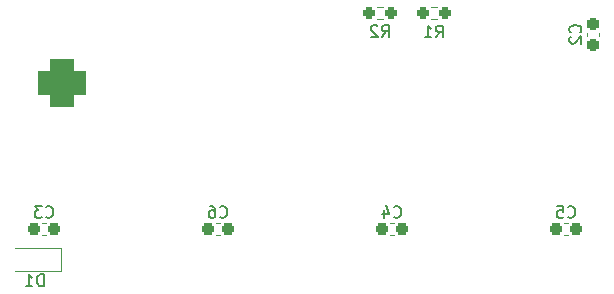
<source format=gbo>
%TF.GenerationSoftware,KiCad,Pcbnew,(6.0.11)*%
%TF.CreationDate,2023-05-24T21:09:08+09:00*%
%TF.ProjectId,power,706f7765-722e-46b6-9963-61645f706362,rev?*%
%TF.SameCoordinates,Original*%
%TF.FileFunction,Legend,Bot*%
%TF.FilePolarity,Positive*%
%FSLAX46Y46*%
G04 Gerber Fmt 4.6, Leading zero omitted, Abs format (unit mm)*
G04 Created by KiCad (PCBNEW (6.0.11)) date 2023-05-24 21:09:08*
%MOMM*%
%LPD*%
G01*
G04 APERTURE LIST*
G04 Aperture macros list*
%AMRoundRect*
0 Rectangle with rounded corners*
0 $1 Rounding radius*
0 $2 $3 $4 $5 $6 $7 $8 $9 X,Y pos of 4 corners*
0 Add a 4 corners polygon primitive as box body*
4,1,4,$2,$3,$4,$5,$6,$7,$8,$9,$2,$3,0*
0 Add four circle primitives for the rounded corners*
1,1,$1+$1,$2,$3*
1,1,$1+$1,$4,$5*
1,1,$1+$1,$6,$7*
1,1,$1+$1,$8,$9*
0 Add four rect primitives between the rounded corners*
20,1,$1+$1,$2,$3,$4,$5,0*
20,1,$1+$1,$4,$5,$6,$7,0*
20,1,$1+$1,$6,$7,$8,$9,0*
20,1,$1+$1,$8,$9,$2,$3,0*%
G04 Aperture macros list end*
%ADD10C,0.150000*%
%ADD11C,0.120000*%
%ADD12C,2.200000*%
%ADD13C,1.400000*%
%ADD14R,3.500000X3.500000*%
%ADD15C,3.500000*%
%ADD16C,1.524000*%
%ADD17C,1.700000*%
%ADD18C,3.000000*%
%ADD19R,2.000000X0.900000*%
%ADD20RoundRect,1.025000X1.025000X-1.025000X1.025000X1.025000X-1.025000X1.025000X-1.025000X-1.025000X0*%
%ADD21C,4.100000*%
%ADD22RoundRect,0.237500X0.300000X0.237500X-0.300000X0.237500X-0.300000X-0.237500X0.300000X-0.237500X0*%
%ADD23RoundRect,0.237500X-0.250000X-0.237500X0.250000X-0.237500X0.250000X0.237500X-0.250000X0.237500X0*%
%ADD24RoundRect,0.237500X-0.237500X0.300000X-0.237500X-0.300000X0.237500X-0.300000X0.237500X0.300000X0*%
%ADD25R,0.900000X1.200000*%
%ADD26RoundRect,0.237500X0.250000X0.237500X-0.250000X0.237500X-0.250000X-0.237500X0.250000X-0.237500X0*%
G04 APERTURE END LIST*
D10*
%TO.C,C4*%
X142298666Y-100279142D02*
X142346285Y-100326761D01*
X142489142Y-100374380D01*
X142584380Y-100374380D01*
X142727238Y-100326761D01*
X142822476Y-100231523D01*
X142870095Y-100136285D01*
X142917714Y-99945809D01*
X142917714Y-99802952D01*
X142870095Y-99612476D01*
X142822476Y-99517238D01*
X142727238Y-99422000D01*
X142584380Y-99374380D01*
X142489142Y-99374380D01*
X142346285Y-99422000D01*
X142298666Y-99469619D01*
X141441523Y-99707714D02*
X141441523Y-100374380D01*
X141679619Y-99326761D02*
X141917714Y-100041047D01*
X141298666Y-100041047D01*
%TO.C,R1*%
X145854666Y-85102380D02*
X146188000Y-84626190D01*
X146426095Y-85102380D02*
X146426095Y-84102380D01*
X146045142Y-84102380D01*
X145949904Y-84150000D01*
X145902285Y-84197619D01*
X145854666Y-84292857D01*
X145854666Y-84435714D01*
X145902285Y-84530952D01*
X145949904Y-84578571D01*
X146045142Y-84626190D01*
X146426095Y-84626190D01*
X144902285Y-85102380D02*
X145473714Y-85102380D01*
X145188000Y-85102380D02*
X145188000Y-84102380D01*
X145283238Y-84245238D01*
X145378476Y-84340476D01*
X145473714Y-84388095D01*
%TO.C,C2*%
X158077142Y-84675333D02*
X158124761Y-84627714D01*
X158172380Y-84484857D01*
X158172380Y-84389619D01*
X158124761Y-84246761D01*
X158029523Y-84151523D01*
X157934285Y-84103904D01*
X157743809Y-84056285D01*
X157600952Y-84056285D01*
X157410476Y-84103904D01*
X157315238Y-84151523D01*
X157220000Y-84246761D01*
X157172380Y-84389619D01*
X157172380Y-84484857D01*
X157220000Y-84627714D01*
X157267619Y-84675333D01*
X157267619Y-85056285D02*
X157220000Y-85103904D01*
X157172380Y-85199142D01*
X157172380Y-85437238D01*
X157220000Y-85532476D01*
X157267619Y-85580095D01*
X157362857Y-85627714D01*
X157458095Y-85627714D01*
X157600952Y-85580095D01*
X158172380Y-85008666D01*
X158172380Y-85627714D01*
%TO.C,C5*%
X157030666Y-100279142D02*
X157078285Y-100326761D01*
X157221142Y-100374380D01*
X157316380Y-100374380D01*
X157459238Y-100326761D01*
X157554476Y-100231523D01*
X157602095Y-100136285D01*
X157649714Y-99945809D01*
X157649714Y-99802952D01*
X157602095Y-99612476D01*
X157554476Y-99517238D01*
X157459238Y-99422000D01*
X157316380Y-99374380D01*
X157221142Y-99374380D01*
X157078285Y-99422000D01*
X157030666Y-99469619D01*
X156125904Y-99374380D02*
X156602095Y-99374380D01*
X156649714Y-99850571D01*
X156602095Y-99802952D01*
X156506857Y-99755333D01*
X156268761Y-99755333D01*
X156173523Y-99802952D01*
X156125904Y-99850571D01*
X156078285Y-99945809D01*
X156078285Y-100183904D01*
X156125904Y-100279142D01*
X156173523Y-100326761D01*
X156268761Y-100374380D01*
X156506857Y-100374380D01*
X156602095Y-100326761D01*
X156649714Y-100279142D01*
%TO.C,C3*%
X112834666Y-100279142D02*
X112882285Y-100326761D01*
X113025142Y-100374380D01*
X113120380Y-100374380D01*
X113263238Y-100326761D01*
X113358476Y-100231523D01*
X113406095Y-100136285D01*
X113453714Y-99945809D01*
X113453714Y-99802952D01*
X113406095Y-99612476D01*
X113358476Y-99517238D01*
X113263238Y-99422000D01*
X113120380Y-99374380D01*
X113025142Y-99374380D01*
X112882285Y-99422000D01*
X112834666Y-99469619D01*
X112501333Y-99374380D02*
X111882285Y-99374380D01*
X112215619Y-99755333D01*
X112072761Y-99755333D01*
X111977523Y-99802952D01*
X111929904Y-99850571D01*
X111882285Y-99945809D01*
X111882285Y-100183904D01*
X111929904Y-100279142D01*
X111977523Y-100326761D01*
X112072761Y-100374380D01*
X112358476Y-100374380D01*
X112453714Y-100326761D01*
X112501333Y-100279142D01*
%TO.C,C6*%
X127566666Y-100279142D02*
X127614285Y-100326761D01*
X127757142Y-100374380D01*
X127852380Y-100374380D01*
X127995238Y-100326761D01*
X128090476Y-100231523D01*
X128138095Y-100136285D01*
X128185714Y-99945809D01*
X128185714Y-99802952D01*
X128138095Y-99612476D01*
X128090476Y-99517238D01*
X127995238Y-99422000D01*
X127852380Y-99374380D01*
X127757142Y-99374380D01*
X127614285Y-99422000D01*
X127566666Y-99469619D01*
X126709523Y-99374380D02*
X126900000Y-99374380D01*
X126995238Y-99422000D01*
X127042857Y-99469619D01*
X127138095Y-99612476D01*
X127185714Y-99802952D01*
X127185714Y-100183904D01*
X127138095Y-100279142D01*
X127090476Y-100326761D01*
X126995238Y-100374380D01*
X126804761Y-100374380D01*
X126709523Y-100326761D01*
X126661904Y-100279142D01*
X126614285Y-100183904D01*
X126614285Y-99945809D01*
X126661904Y-99850571D01*
X126709523Y-99802952D01*
X126804761Y-99755333D01*
X126995238Y-99755333D01*
X127090476Y-99802952D01*
X127138095Y-99850571D01*
X127185714Y-99945809D01*
%TO.C,D1*%
X112644095Y-106158380D02*
X112644095Y-105158380D01*
X112406000Y-105158380D01*
X112263142Y-105206000D01*
X112167904Y-105301238D01*
X112120285Y-105396476D01*
X112072666Y-105586952D01*
X112072666Y-105729809D01*
X112120285Y-105920285D01*
X112167904Y-106015523D01*
X112263142Y-106110761D01*
X112406000Y-106158380D01*
X112644095Y-106158380D01*
X111120285Y-106158380D02*
X111691714Y-106158380D01*
X111406000Y-106158380D02*
X111406000Y-105158380D01*
X111501238Y-105301238D01*
X111596476Y-105396476D01*
X111691714Y-105444095D01*
%TO.C,R2*%
X141291666Y-85052380D02*
X141625000Y-84576190D01*
X141863095Y-85052380D02*
X141863095Y-84052380D01*
X141482142Y-84052380D01*
X141386904Y-84100000D01*
X141339285Y-84147619D01*
X141291666Y-84242857D01*
X141291666Y-84385714D01*
X141339285Y-84480952D01*
X141386904Y-84528571D01*
X141482142Y-84576190D01*
X141863095Y-84576190D01*
X140910714Y-84147619D02*
X140863095Y-84100000D01*
X140767857Y-84052380D01*
X140529761Y-84052380D01*
X140434523Y-84100000D01*
X140386904Y-84147619D01*
X140339285Y-84242857D01*
X140339285Y-84338095D01*
X140386904Y-84480952D01*
X140958333Y-85052380D01*
X140339285Y-85052380D01*
D11*
%TO.C,C4*%
X142278267Y-101862000D02*
X141985733Y-101862000D01*
X142278267Y-100842000D02*
X141985733Y-100842000D01*
%TO.C,R1*%
X145433276Y-83586500D02*
X145942724Y-83586500D01*
X145433276Y-82541500D02*
X145942724Y-82541500D01*
%TO.C,C2*%
X158640000Y-84695733D02*
X158640000Y-84988267D01*
X159660000Y-84695733D02*
X159660000Y-84988267D01*
%TO.C,C5*%
X157010267Y-100842000D02*
X156717733Y-100842000D01*
X157010267Y-101862000D02*
X156717733Y-101862000D01*
%TO.C,C3*%
X112814267Y-100842000D02*
X112521733Y-100842000D01*
X112814267Y-101862000D02*
X112521733Y-101862000D01*
%TO.C,C6*%
X127546267Y-100842000D02*
X127253733Y-100842000D01*
X127546267Y-101862000D02*
X127253733Y-101862000D01*
%TO.C,D1*%
X114156000Y-102892000D02*
X114156000Y-104892000D01*
X114156000Y-104892000D02*
X110256000Y-104892000D01*
X114156000Y-102892000D02*
X110256000Y-102892000D01*
%TO.C,R2*%
X141370724Y-83586500D02*
X140861276Y-83586500D01*
X141370724Y-82541500D02*
X140861276Y-82541500D01*
%TD*%
%LPC*%
D12*
%TO.C,REF\u002A\u002A*%
X165920000Y-108006000D03*
%TD*%
D13*
%TO.C,J6*%
X145854000Y-107201000D03*
X134854000Y-107201000D03*
D14*
X137854000Y-97201000D03*
D15*
X142854000Y-97201000D03*
%TD*%
D12*
%TO.C,REF\u002A\u002A*%
X99920000Y-108006000D03*
%TD*%
D16*
%TO.C,MES1*%
X157736000Y-77126000D03*
X155736000Y-77111000D03*
%TD*%
D13*
%TO.C,J4*%
X160586000Y-107201000D03*
X149586000Y-107201000D03*
D14*
X152586000Y-97201000D03*
D15*
X157586000Y-97201000D03*
%TD*%
D13*
%TO.C,J2*%
X120122000Y-107201000D03*
X131122000Y-107201000D03*
D14*
X123122000Y-97201000D03*
D15*
X128122000Y-97201000D03*
%TD*%
D13*
%TO.C,J5*%
X105390000Y-107201000D03*
X116390000Y-107201000D03*
D14*
X108390000Y-97201000D03*
D15*
X113390000Y-97201000D03*
%TD*%
D13*
%TO.C,J3*%
X164999000Y-92120000D03*
X164999000Y-81120000D03*
D14*
X154999000Y-89120000D03*
D15*
X154999000Y-84120000D03*
%TD*%
D17*
%TO.C,SW1*%
X145942000Y-80524000D03*
X143402000Y-80524000D03*
X140862000Y-80524000D03*
X148482000Y-80524000D03*
X138322000Y-80524000D03*
%TD*%
D12*
%TO.C,REF\u002A\u002A*%
X165920000Y-66506000D03*
%TD*%
D18*
%TO.C,F1*%
X105232000Y-69094000D03*
X111932000Y-69094000D03*
X121532000Y-69094000D03*
X128232000Y-69094000D03*
%TD*%
D19*
%TO.C,J1*%
X108230000Y-92100000D03*
X108230000Y-78600000D03*
D20*
X114230000Y-88950000D03*
D21*
X114230000Y-81750000D03*
%TD*%
D12*
%TO.C,REF\u002A\u002A*%
X99920000Y-66506000D03*
%TD*%
D22*
%TO.C,C4*%
X142994500Y-101352000D03*
X141269500Y-101352000D03*
%TD*%
D23*
%TO.C,R1*%
X144775500Y-83064000D03*
X146600500Y-83064000D03*
%TD*%
D24*
%TO.C,C2*%
X159150000Y-83979500D03*
X159150000Y-85704500D03*
%TD*%
D22*
%TO.C,C5*%
X157726500Y-101352000D03*
X156001500Y-101352000D03*
%TD*%
%TO.C,C3*%
X113530500Y-101352000D03*
X111805500Y-101352000D03*
%TD*%
%TO.C,C6*%
X128262500Y-101352000D03*
X126537500Y-101352000D03*
%TD*%
D25*
%TO.C,D1*%
X113556000Y-103892000D03*
X110256000Y-103892000D03*
%TD*%
D26*
%TO.C,R2*%
X142028500Y-83064000D03*
X140203500Y-83064000D03*
%TD*%
M02*

</source>
